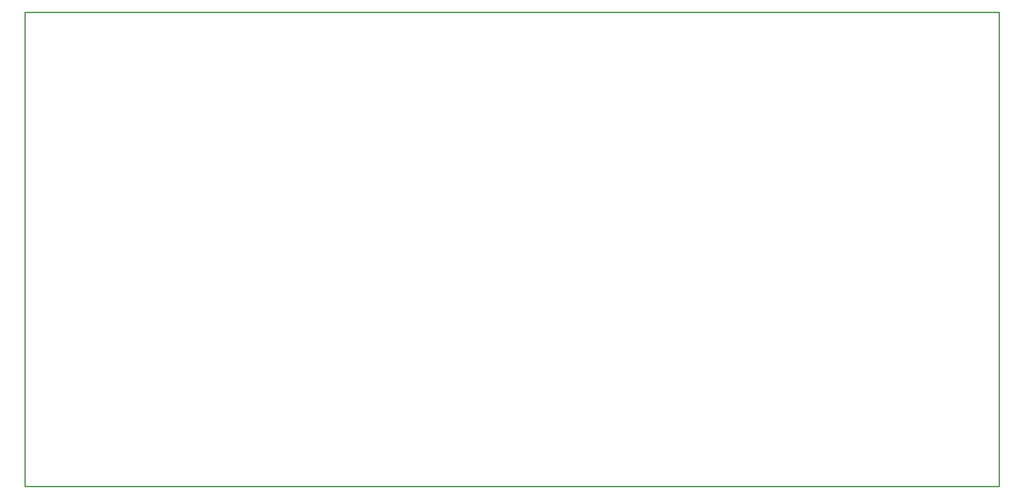
<source format=gko>
G04*
G04 #@! TF.GenerationSoftware,Altium Limited,Altium Designer,19.1.8 (144)*
G04*
G04 Layer_Color=16711935*
%FSLAX25Y25*%
%MOIN*%
G70*
G01*
G75*
%ADD14C,0.01000*%
D14*
X150000Y100000D02*
Y475000D01*
X920000D01*
Y100000D02*
Y475000D01*
X150000Y100000D02*
X920000D01*
M02*

</source>
